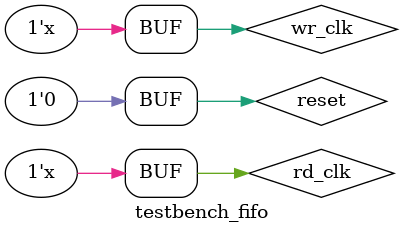
<source format=v>
`timescale 1ns / 1ps

module testbench_fifo;
reg wr_clk,rd_clk,reset;
wire wr_full,rd_empty;
wire [7:0] data_out;

asy_fifo dut(data_out, wr_full, rd_empty,
rd_clk, wr_clk, reset);


initial 
begin
wr_clk=0;
rd_clk=0;
reset=1;

end


initial
#5 reset=0;

always
#25 wr_clk=~wr_clk;

always
#250 rd_clk=~rd_clk;

endmodule










</source>
